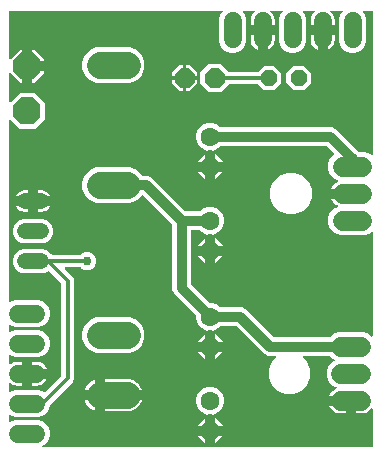
<source format=gbr>
G04 EAGLE Gerber RS-274X export*
G75*
%MOMM*%
%FSLAX34Y34*%
%LPD*%
%INBottom Copper*%
%IPPOS*%
%AMOC8*
5,1,8,0,0,1.08239X$1,22.5*%
G01*
%ADD10C,2.250000*%
%ADD11P,1.732040X8X292.500000*%
%ADD12C,1.600200*%
%ADD13C,1.676400*%
%ADD14C,1.320800*%
%ADD15P,1.429621X8X202.500000*%
%ADD16P,1.814519X8X202.500000*%
%ADD17C,1.524000*%
%ADD18P,2.474344X8X22.500000*%
%ADD19C,0.812800*%
%ADD20C,0.304800*%
%ADD21C,0.756400*%

G36*
X342668Y13974D02*
X342668Y13974D01*
X342687Y13972D01*
X342789Y13994D01*
X342891Y14010D01*
X342908Y14020D01*
X342928Y14024D01*
X343017Y14077D01*
X343108Y14126D01*
X343122Y14140D01*
X343139Y14150D01*
X343206Y14229D01*
X343278Y14304D01*
X343286Y14322D01*
X343299Y14337D01*
X343338Y14433D01*
X343381Y14527D01*
X343383Y14547D01*
X343391Y14565D01*
X343409Y14732D01*
X343409Y46050D01*
X343408Y46058D01*
X343409Y46066D01*
X343388Y46180D01*
X343370Y46293D01*
X343366Y46300D01*
X343364Y46308D01*
X343308Y46409D01*
X343254Y46511D01*
X343249Y46516D01*
X343245Y46523D01*
X343159Y46601D01*
X343076Y46680D01*
X343069Y46683D01*
X343063Y46689D01*
X342957Y46735D01*
X342853Y46784D01*
X342845Y46784D01*
X342838Y46788D01*
X342722Y46798D01*
X342609Y46811D01*
X342601Y46809D01*
X342593Y46810D01*
X342481Y46783D01*
X342368Y46758D01*
X342361Y46754D01*
X342354Y46752D01*
X342256Y46691D01*
X342157Y46632D01*
X342152Y46626D01*
X342145Y46622D01*
X342032Y46498D01*
X341833Y46224D01*
X340618Y45009D01*
X339227Y43998D01*
X337695Y43218D01*
X336060Y42686D01*
X334362Y42417D01*
X326643Y42417D01*
X326643Y52578D01*
X326640Y52598D01*
X326642Y52617D01*
X326620Y52719D01*
X326603Y52821D01*
X326594Y52838D01*
X326590Y52858D01*
X326537Y52947D01*
X326488Y53038D01*
X326474Y53052D01*
X326464Y53069D01*
X326385Y53136D01*
X326310Y53207D01*
X326292Y53216D01*
X326277Y53229D01*
X326181Y53267D01*
X326087Y53311D01*
X326067Y53313D01*
X326049Y53321D01*
X325882Y53339D01*
X325119Y53339D01*
X325119Y54102D01*
X325116Y54122D01*
X325118Y54141D01*
X325096Y54243D01*
X325079Y54345D01*
X325070Y54362D01*
X325066Y54382D01*
X325013Y54471D01*
X324964Y54562D01*
X324950Y54576D01*
X324940Y54593D01*
X324861Y54660D01*
X324786Y54731D01*
X324768Y54740D01*
X324753Y54753D01*
X324657Y54792D01*
X324563Y54835D01*
X324543Y54837D01*
X324525Y54845D01*
X324358Y54863D01*
X305920Y54863D01*
X306084Y55898D01*
X306616Y57533D01*
X307396Y59065D01*
X308407Y60456D01*
X309622Y61671D01*
X311013Y62682D01*
X312456Y63417D01*
X312490Y63442D01*
X312528Y63459D01*
X312588Y63514D01*
X312654Y63563D01*
X312679Y63597D01*
X312709Y63625D01*
X312749Y63697D01*
X312796Y63764D01*
X312808Y63804D01*
X312828Y63841D01*
X312843Y63921D01*
X312866Y64000D01*
X312864Y64042D01*
X312872Y64083D01*
X312860Y64164D01*
X312857Y64246D01*
X312842Y64285D01*
X312836Y64326D01*
X312799Y64399D01*
X312770Y64476D01*
X312743Y64508D01*
X312724Y64546D01*
X312666Y64603D01*
X312614Y64666D01*
X312579Y64688D01*
X312549Y64718D01*
X312413Y64793D01*
X312406Y64797D01*
X312404Y64797D01*
X312402Y64799D01*
X309831Y65864D01*
X306402Y69293D01*
X304545Y73775D01*
X304545Y78625D01*
X306402Y83107D01*
X309831Y86536D01*
X310773Y86927D01*
X310834Y86964D01*
X310900Y86994D01*
X310938Y87029D01*
X310982Y87056D01*
X311028Y87111D01*
X311081Y87160D01*
X311106Y87206D01*
X311139Y87246D01*
X311165Y87313D01*
X311200Y87376D01*
X311209Y87427D01*
X311227Y87475D01*
X311230Y87547D01*
X311243Y87618D01*
X311236Y87669D01*
X311238Y87721D01*
X311218Y87790D01*
X311207Y87861D01*
X311184Y87907D01*
X311169Y87957D01*
X311128Y88016D01*
X311096Y88080D01*
X311059Y88117D01*
X311029Y88159D01*
X310972Y88202D01*
X310920Y88252D01*
X310858Y88287D01*
X310832Y88306D01*
X310809Y88313D01*
X310773Y88333D01*
X309831Y88724D01*
X307593Y90962D01*
X307519Y91015D01*
X307449Y91075D01*
X307419Y91087D01*
X307393Y91106D01*
X307306Y91133D01*
X307221Y91167D01*
X307180Y91171D01*
X307158Y91178D01*
X307126Y91177D01*
X307054Y91185D01*
X284879Y91185D01*
X284808Y91174D01*
X284736Y91172D01*
X284687Y91154D01*
X284636Y91146D01*
X284573Y91112D01*
X284505Y91087D01*
X284465Y91055D01*
X284418Y91030D01*
X284369Y90978D01*
X284313Y90934D01*
X284285Y90890D01*
X284249Y90852D01*
X284219Y90787D01*
X284180Y90727D01*
X284167Y90676D01*
X284145Y90629D01*
X284138Y90558D01*
X284120Y90488D01*
X284124Y90436D01*
X284118Y90385D01*
X284134Y90314D01*
X284139Y90243D01*
X284160Y90195D01*
X284171Y90144D01*
X284207Y90083D01*
X284236Y90017D01*
X284280Y89961D01*
X284297Y89933D01*
X284315Y89918D01*
X284340Y89886D01*
X288022Y86204D01*
X290711Y79713D01*
X290711Y72687D01*
X288022Y66196D01*
X283054Y61228D01*
X276563Y58539D01*
X269537Y58539D01*
X263046Y61228D01*
X258078Y66196D01*
X255389Y72687D01*
X255389Y79713D01*
X258078Y86204D01*
X261760Y89886D01*
X261802Y89944D01*
X261851Y89996D01*
X261873Y90043D01*
X261903Y90085D01*
X261924Y90154D01*
X261955Y90219D01*
X261960Y90271D01*
X261976Y90321D01*
X261974Y90392D01*
X261982Y90463D01*
X261971Y90514D01*
X261969Y90566D01*
X261945Y90634D01*
X261929Y90704D01*
X261903Y90749D01*
X261885Y90797D01*
X261840Y90853D01*
X261803Y90915D01*
X261764Y90949D01*
X261731Y90989D01*
X261671Y91028D01*
X261616Y91075D01*
X261568Y91094D01*
X261524Y91122D01*
X261455Y91140D01*
X261388Y91167D01*
X261317Y91175D01*
X261286Y91183D01*
X261262Y91181D01*
X261221Y91185D01*
X254974Y91185D01*
X252079Y92384D01*
X228101Y116362D01*
X228027Y116415D01*
X227958Y116475D01*
X227928Y116487D01*
X227901Y116506D01*
X227814Y116533D01*
X227730Y116567D01*
X227689Y116571D01*
X227666Y116578D01*
X227634Y116577D01*
X227563Y116585D01*
X214885Y116585D01*
X214795Y116571D01*
X214704Y116563D01*
X214674Y116551D01*
X214642Y116546D01*
X214561Y116503D01*
X214478Y116467D01*
X214445Y116441D01*
X214425Y116430D01*
X214403Y116407D01*
X214347Y116362D01*
X212431Y114447D01*
X208089Y112648D01*
X203391Y112648D01*
X199049Y114447D01*
X195727Y117769D01*
X193928Y122111D01*
X193928Y124820D01*
X193914Y124910D01*
X193906Y125001D01*
X193894Y125031D01*
X193889Y125063D01*
X193846Y125143D01*
X193810Y125227D01*
X193784Y125259D01*
X193773Y125280D01*
X193750Y125302D01*
X193705Y125358D01*
X174934Y144129D01*
X173735Y147024D01*
X173735Y202163D01*
X173721Y202253D01*
X173713Y202344D01*
X173701Y202374D01*
X173696Y202406D01*
X173653Y202486D01*
X173617Y202570D01*
X173591Y202602D01*
X173580Y202623D01*
X173557Y202645D01*
X173512Y202701D01*
X148865Y227349D01*
X148848Y227361D01*
X148836Y227376D01*
X148749Y227432D01*
X148665Y227492D01*
X148646Y227498D01*
X148629Y227509D01*
X148528Y227534D01*
X148430Y227565D01*
X148410Y227564D01*
X148390Y227569D01*
X148288Y227561D01*
X148184Y227558D01*
X148165Y227552D01*
X148145Y227550D01*
X148051Y227510D01*
X147953Y227474D01*
X147937Y227461D01*
X147919Y227454D01*
X147788Y227349D01*
X143501Y223062D01*
X137966Y220769D01*
X109474Y220769D01*
X103939Y223062D01*
X99702Y227299D01*
X97409Y232834D01*
X97409Y238826D01*
X99702Y244361D01*
X103939Y248598D01*
X109474Y250891D01*
X137966Y250891D01*
X143501Y248598D01*
X147738Y244361D01*
X147815Y244175D01*
X147877Y244075D01*
X147937Y243975D01*
X147941Y243971D01*
X147945Y243966D01*
X148035Y243891D01*
X148124Y243815D01*
X148129Y243813D01*
X148134Y243809D01*
X148243Y243767D01*
X148352Y243723D01*
X148359Y243722D01*
X148364Y243721D01*
X148382Y243720D01*
X148518Y243705D01*
X153086Y243705D01*
X155981Y242506D01*
X184649Y213838D01*
X184723Y213785D01*
X184792Y213725D01*
X184822Y213713D01*
X184849Y213694D01*
X184936Y213667D01*
X185020Y213633D01*
X185061Y213629D01*
X185084Y213622D01*
X185116Y213623D01*
X185187Y213615D01*
X196595Y213615D01*
X196685Y213629D01*
X196776Y213637D01*
X196806Y213649D01*
X196838Y213654D01*
X196919Y213697D01*
X197002Y213733D01*
X197035Y213759D01*
X197055Y213770D01*
X197077Y213793D01*
X197133Y213838D01*
X199049Y215753D01*
X203391Y217552D01*
X208089Y217552D01*
X212431Y215753D01*
X215753Y212431D01*
X217552Y208089D01*
X217552Y203391D01*
X215753Y199049D01*
X212431Y195727D01*
X208089Y193928D01*
X203391Y193928D01*
X199049Y195727D01*
X197133Y197642D01*
X197059Y197695D01*
X196990Y197755D01*
X196960Y197767D01*
X196934Y197786D01*
X196847Y197813D01*
X196762Y197847D01*
X196721Y197851D01*
X196699Y197858D01*
X196666Y197857D01*
X196595Y197865D01*
X190246Y197865D01*
X190226Y197862D01*
X190207Y197864D01*
X190105Y197842D01*
X190003Y197826D01*
X189986Y197816D01*
X189966Y197812D01*
X189877Y197759D01*
X189786Y197710D01*
X189772Y197696D01*
X189755Y197686D01*
X189688Y197607D01*
X189616Y197532D01*
X189608Y197514D01*
X189595Y197499D01*
X189556Y197403D01*
X189513Y197309D01*
X189511Y197289D01*
X189503Y197271D01*
X189485Y197104D01*
X189485Y152167D01*
X189499Y152077D01*
X189507Y151986D01*
X189519Y151956D01*
X189524Y151924D01*
X189567Y151844D01*
X189603Y151760D01*
X189629Y151728D01*
X189640Y151707D01*
X189663Y151685D01*
X189708Y151629D01*
X204842Y136495D01*
X204916Y136442D01*
X204985Y136382D01*
X205015Y136370D01*
X205042Y136351D01*
X205129Y136324D01*
X205213Y136290D01*
X205254Y136286D01*
X205277Y136279D01*
X205309Y136280D01*
X205380Y136272D01*
X208089Y136272D01*
X212431Y134473D01*
X214347Y132558D01*
X214421Y132505D01*
X214490Y132445D01*
X214520Y132433D01*
X214546Y132414D01*
X214633Y132387D01*
X214718Y132353D01*
X214759Y132349D01*
X214781Y132342D01*
X214814Y132343D01*
X214885Y132335D01*
X232706Y132335D01*
X235601Y131136D01*
X259579Y107158D01*
X259653Y107105D01*
X259722Y107045D01*
X259752Y107033D01*
X259779Y107014D01*
X259866Y106987D01*
X259950Y106953D01*
X259991Y106949D01*
X260014Y106942D01*
X260046Y106943D01*
X260117Y106935D01*
X307054Y106935D01*
X307144Y106949D01*
X307235Y106957D01*
X307265Y106969D01*
X307297Y106974D01*
X307378Y107017D01*
X307462Y107053D01*
X307494Y107079D01*
X307514Y107090D01*
X307537Y107113D01*
X307593Y107158D01*
X309831Y109396D01*
X314313Y111253D01*
X335927Y111253D01*
X340409Y109396D01*
X342110Y107695D01*
X342168Y107654D01*
X342220Y107604D01*
X342267Y107582D01*
X342309Y107552D01*
X342378Y107531D01*
X342443Y107501D01*
X342495Y107495D01*
X342545Y107479D01*
X342616Y107481D01*
X342687Y107473D01*
X342738Y107485D01*
X342790Y107486D01*
X342858Y107510D01*
X342928Y107526D01*
X342973Y107552D01*
X343021Y107570D01*
X343077Y107615D01*
X343139Y107652D01*
X343173Y107691D01*
X343213Y107724D01*
X343252Y107784D01*
X343299Y107839D01*
X343318Y107887D01*
X343346Y107931D01*
X343364Y108000D01*
X343391Y108067D01*
X343399Y108138D01*
X343407Y108169D01*
X343405Y108193D01*
X343409Y108234D01*
X343409Y195296D01*
X343398Y195367D01*
X343396Y195439D01*
X343378Y195488D01*
X343370Y195539D01*
X343336Y195602D01*
X343311Y195670D01*
X343279Y195710D01*
X343254Y195756D01*
X343202Y195806D01*
X343158Y195862D01*
X343114Y195890D01*
X343076Y195926D01*
X343011Y195956D01*
X342951Y195995D01*
X342900Y196008D01*
X342853Y196029D01*
X342782Y196037D01*
X342712Y196055D01*
X342660Y196051D01*
X342609Y196057D01*
X342538Y196041D01*
X342467Y196036D01*
X342419Y196015D01*
X342368Y196004D01*
X342307Y195967D01*
X342241Y195939D01*
X342185Y195895D01*
X342157Y195878D01*
X342142Y195860D01*
X342110Y195835D01*
X341679Y195403D01*
X337197Y193547D01*
X315583Y193547D01*
X311101Y195404D01*
X307672Y198833D01*
X305815Y203315D01*
X305815Y208165D01*
X307672Y212647D01*
X311101Y216076D01*
X313672Y217141D01*
X313708Y217163D01*
X313747Y217177D01*
X313811Y217228D01*
X313881Y217271D01*
X313908Y217303D01*
X313941Y217329D01*
X313986Y217397D01*
X314038Y217460D01*
X314053Y217500D01*
X314076Y217535D01*
X314097Y217614D01*
X314126Y217690D01*
X314128Y217732D01*
X314138Y217772D01*
X314133Y217854D01*
X314136Y217936D01*
X314125Y217976D01*
X314122Y218018D01*
X314091Y218093D01*
X314068Y218172D01*
X314044Y218206D01*
X314028Y218245D01*
X313974Y218307D01*
X313928Y218374D01*
X313894Y218399D01*
X313866Y218431D01*
X313737Y218516D01*
X313730Y218521D01*
X313728Y218521D01*
X313726Y218523D01*
X312283Y219258D01*
X310892Y220269D01*
X309677Y221484D01*
X308666Y222875D01*
X307886Y224407D01*
X307354Y226042D01*
X307190Y227077D01*
X325628Y227077D01*
X325648Y227080D01*
X325667Y227078D01*
X325769Y227100D01*
X325871Y227117D01*
X325888Y227126D01*
X325908Y227130D01*
X325997Y227183D01*
X326088Y227232D01*
X326102Y227246D01*
X326119Y227256D01*
X326186Y227335D01*
X326257Y227410D01*
X326266Y227428D01*
X326279Y227443D01*
X326317Y227539D01*
X326361Y227633D01*
X326363Y227653D01*
X326371Y227671D01*
X326389Y227838D01*
X326389Y229362D01*
X326386Y229382D01*
X326388Y229401D01*
X326366Y229503D01*
X326349Y229605D01*
X326340Y229622D01*
X326336Y229642D01*
X326283Y229731D01*
X326234Y229822D01*
X326220Y229836D01*
X326210Y229853D01*
X326131Y229920D01*
X326056Y229991D01*
X326038Y230000D01*
X326023Y230013D01*
X325927Y230052D01*
X325833Y230095D01*
X325813Y230097D01*
X325795Y230105D01*
X325628Y230123D01*
X307190Y230123D01*
X307354Y231158D01*
X307886Y232793D01*
X308666Y234325D01*
X309677Y235716D01*
X310892Y236931D01*
X312283Y237942D01*
X313726Y238677D01*
X313760Y238702D01*
X313798Y238719D01*
X313858Y238774D01*
X313924Y238823D01*
X313949Y238857D01*
X313979Y238885D01*
X314019Y238957D01*
X314066Y239024D01*
X314078Y239064D01*
X314098Y239101D01*
X314113Y239181D01*
X314136Y239260D01*
X314134Y239302D01*
X314142Y239343D01*
X314130Y239424D01*
X314127Y239506D01*
X314112Y239545D01*
X314106Y239586D01*
X314069Y239659D01*
X314040Y239736D01*
X314013Y239768D01*
X313994Y239806D01*
X313936Y239863D01*
X313884Y239926D01*
X313849Y239948D01*
X313819Y239978D01*
X313683Y240053D01*
X313676Y240057D01*
X313674Y240057D01*
X313672Y240059D01*
X311101Y241124D01*
X307672Y244553D01*
X305815Y249035D01*
X305815Y253885D01*
X307672Y258367D01*
X310646Y261341D01*
X310658Y261357D01*
X310673Y261370D01*
X310729Y261457D01*
X310789Y261541D01*
X310795Y261560D01*
X310806Y261577D01*
X310831Y261677D01*
X310862Y261776D01*
X310861Y261796D01*
X310866Y261815D01*
X310858Y261918D01*
X310855Y262022D01*
X310849Y262040D01*
X310847Y262060D01*
X310807Y262155D01*
X310771Y262253D01*
X310758Y262268D01*
X310751Y262287D01*
X310646Y262418D01*
X304301Y268762D01*
X304227Y268815D01*
X304158Y268875D01*
X304128Y268887D01*
X304101Y268906D01*
X304014Y268933D01*
X303930Y268967D01*
X303889Y268971D01*
X303866Y268978D01*
X303834Y268977D01*
X303763Y268985D01*
X214885Y268985D01*
X214795Y268971D01*
X214704Y268963D01*
X214674Y268951D01*
X214642Y268946D01*
X214561Y268903D01*
X214478Y268867D01*
X214445Y268841D01*
X214425Y268830D01*
X214403Y268807D01*
X214347Y268762D01*
X212431Y266847D01*
X208089Y265048D01*
X203391Y265048D01*
X199049Y266847D01*
X195727Y270169D01*
X193928Y274511D01*
X193928Y279209D01*
X195727Y283551D01*
X199049Y286873D01*
X203391Y288672D01*
X208089Y288672D01*
X212431Y286873D01*
X214347Y284958D01*
X214421Y284905D01*
X214490Y284845D01*
X214520Y284833D01*
X214546Y284814D01*
X214633Y284787D01*
X214718Y284753D01*
X214759Y284749D01*
X214781Y284742D01*
X214814Y284743D01*
X214885Y284735D01*
X308906Y284735D01*
X311801Y283536D01*
X331461Y263876D01*
X331535Y263823D01*
X331604Y263763D01*
X331634Y263751D01*
X331661Y263732D01*
X331748Y263705D01*
X331832Y263671D01*
X331873Y263667D01*
X331896Y263660D01*
X331928Y263661D01*
X331999Y263653D01*
X337197Y263653D01*
X341679Y261797D01*
X342110Y261365D01*
X342168Y261323D01*
X342220Y261274D01*
X342267Y261252D01*
X342309Y261222D01*
X342378Y261201D01*
X342443Y261171D01*
X342495Y261165D01*
X342545Y261149D01*
X342616Y261151D01*
X342687Y261143D01*
X342738Y261155D01*
X342790Y261156D01*
X342858Y261180D01*
X342928Y261196D01*
X342973Y261222D01*
X343021Y261240D01*
X343077Y261285D01*
X343139Y261322D01*
X343173Y261361D01*
X343213Y261394D01*
X343252Y261454D01*
X343299Y261509D01*
X343318Y261557D01*
X343346Y261601D01*
X343364Y261670D01*
X343391Y261737D01*
X343399Y261808D01*
X343407Y261839D01*
X343405Y261863D01*
X343409Y261904D01*
X343409Y382678D01*
X343406Y382698D01*
X343408Y382717D01*
X343386Y382819D01*
X343370Y382921D01*
X343360Y382938D01*
X343356Y382958D01*
X343303Y383047D01*
X343254Y383138D01*
X343240Y383152D01*
X343230Y383169D01*
X343151Y383236D01*
X343076Y383308D01*
X343058Y383316D01*
X343043Y383329D01*
X342947Y383368D01*
X342853Y383411D01*
X342833Y383413D01*
X342815Y383421D01*
X342648Y383439D01*
X335604Y383439D01*
X335533Y383428D01*
X335462Y383426D01*
X335413Y383408D01*
X335361Y383400D01*
X335298Y383366D01*
X335231Y383341D01*
X335190Y383309D01*
X335144Y383284D01*
X335095Y383232D01*
X335039Y383188D01*
X335010Y383144D01*
X334975Y383106D01*
X334944Y383041D01*
X334906Y382981D01*
X334893Y382930D01*
X334871Y382883D01*
X334863Y382812D01*
X334845Y382742D01*
X334850Y382690D01*
X334844Y382639D01*
X334859Y382568D01*
X334865Y382497D01*
X334885Y382449D01*
X334896Y382398D01*
X334933Y382337D01*
X334961Y382271D01*
X335006Y382215D01*
X335022Y382187D01*
X335040Y382172D01*
X335066Y382140D01*
X336080Y381125D01*
X337821Y376924D01*
X337821Y357136D01*
X336080Y352935D01*
X332865Y349720D01*
X328664Y347979D01*
X324116Y347979D01*
X319915Y349720D01*
X316700Y352935D01*
X314959Y357136D01*
X314959Y376924D01*
X316700Y381125D01*
X317714Y382140D01*
X317756Y382198D01*
X317805Y382250D01*
X317827Y382297D01*
X317858Y382339D01*
X317879Y382408D01*
X317909Y382473D01*
X317915Y382525D01*
X317930Y382575D01*
X317928Y382646D01*
X317936Y382717D01*
X317925Y382768D01*
X317924Y382820D01*
X317899Y382888D01*
X317884Y382958D01*
X317857Y383003D01*
X317839Y383051D01*
X317794Y383107D01*
X317758Y383169D01*
X317718Y383203D01*
X317686Y383243D01*
X317625Y383282D01*
X317571Y383329D01*
X317523Y383348D01*
X317479Y383376D01*
X317409Y383394D01*
X317343Y383421D01*
X317271Y383429D01*
X317240Y383437D01*
X317217Y383435D01*
X317176Y383439D01*
X308408Y383439D01*
X308337Y383428D01*
X308266Y383426D01*
X308217Y383408D01*
X308165Y383400D01*
X308102Y383366D01*
X308035Y383341D01*
X307994Y383309D01*
X307948Y383284D01*
X307899Y383232D01*
X307843Y383188D01*
X307814Y383144D01*
X307778Y383106D01*
X307748Y383041D01*
X307710Y382981D01*
X307697Y382930D01*
X307675Y382883D01*
X307667Y382812D01*
X307649Y382742D01*
X307654Y382690D01*
X307648Y382639D01*
X307663Y382568D01*
X307669Y382497D01*
X307689Y382449D01*
X307700Y382398D01*
X307737Y382337D01*
X307765Y382271D01*
X307810Y382215D01*
X307826Y382187D01*
X307844Y382172D01*
X307870Y382140D01*
X308740Y381269D01*
X309680Y379975D01*
X310406Y378550D01*
X310901Y377029D01*
X311151Y375450D01*
X311151Y368553D01*
X301752Y368553D01*
X301732Y368550D01*
X301713Y368552D01*
X301611Y368530D01*
X301509Y368513D01*
X301492Y368504D01*
X301472Y368500D01*
X301383Y368447D01*
X301292Y368398D01*
X301278Y368384D01*
X301261Y368374D01*
X301194Y368295D01*
X301123Y368220D01*
X301114Y368202D01*
X301101Y368187D01*
X301063Y368091D01*
X301019Y367997D01*
X301017Y367977D01*
X301009Y367959D01*
X300991Y367792D01*
X300991Y367029D01*
X300989Y367029D01*
X300989Y367792D01*
X300986Y367812D01*
X300988Y367831D01*
X300966Y367933D01*
X300949Y368035D01*
X300940Y368052D01*
X300936Y368072D01*
X300883Y368161D01*
X300834Y368252D01*
X300820Y368266D01*
X300810Y368283D01*
X300731Y368350D01*
X300656Y368421D01*
X300638Y368430D01*
X300623Y368443D01*
X300527Y368482D01*
X300433Y368525D01*
X300413Y368527D01*
X300395Y368535D01*
X300228Y368553D01*
X290829Y368553D01*
X290829Y375450D01*
X291079Y377029D01*
X291574Y378550D01*
X292300Y379975D01*
X293240Y381269D01*
X294110Y382140D01*
X294152Y382198D01*
X294202Y382250D01*
X294223Y382297D01*
X294254Y382339D01*
X294275Y382408D01*
X294305Y382473D01*
X294311Y382525D01*
X294326Y382575D01*
X294324Y382646D01*
X294332Y382717D01*
X294321Y382768D01*
X294320Y382820D01*
X294295Y382888D01*
X294280Y382958D01*
X294253Y383003D01*
X294235Y383051D01*
X294191Y383107D01*
X294154Y383169D01*
X294114Y383203D01*
X294082Y383243D01*
X294021Y383282D01*
X293967Y383329D01*
X293919Y383348D01*
X293875Y383376D01*
X293805Y383394D01*
X293739Y383421D01*
X293667Y383429D01*
X293636Y383437D01*
X293613Y383435D01*
X293572Y383439D01*
X284804Y383439D01*
X284733Y383428D01*
X284662Y383426D01*
X284613Y383408D01*
X284561Y383400D01*
X284498Y383366D01*
X284431Y383341D01*
X284390Y383309D01*
X284344Y383284D01*
X284295Y383232D01*
X284239Y383188D01*
X284210Y383144D01*
X284175Y383106D01*
X284144Y383041D01*
X284106Y382981D01*
X284093Y382930D01*
X284071Y382883D01*
X284063Y382812D01*
X284045Y382742D01*
X284050Y382690D01*
X284044Y382639D01*
X284059Y382568D01*
X284065Y382497D01*
X284085Y382449D01*
X284096Y382398D01*
X284133Y382337D01*
X284161Y382271D01*
X284206Y382215D01*
X284222Y382187D01*
X284240Y382172D01*
X284266Y382140D01*
X285280Y381125D01*
X287021Y376924D01*
X287021Y357136D01*
X285280Y352935D01*
X282065Y349720D01*
X277864Y347979D01*
X273316Y347979D01*
X269115Y349720D01*
X265900Y352935D01*
X264159Y357136D01*
X264159Y376924D01*
X265900Y381125D01*
X266914Y382140D01*
X266956Y382198D01*
X267005Y382250D01*
X267027Y382297D01*
X267058Y382339D01*
X267079Y382408D01*
X267109Y382473D01*
X267115Y382525D01*
X267130Y382575D01*
X267128Y382646D01*
X267136Y382717D01*
X267125Y382768D01*
X267124Y382820D01*
X267099Y382888D01*
X267084Y382958D01*
X267057Y383003D01*
X267039Y383051D01*
X266994Y383107D01*
X266958Y383169D01*
X266918Y383203D01*
X266886Y383243D01*
X266825Y383282D01*
X266771Y383329D01*
X266723Y383348D01*
X266679Y383376D01*
X266609Y383394D01*
X266543Y383421D01*
X266471Y383429D01*
X266440Y383437D01*
X266417Y383435D01*
X266376Y383439D01*
X257608Y383439D01*
X257537Y383428D01*
X257466Y383426D01*
X257417Y383408D01*
X257365Y383400D01*
X257302Y383366D01*
X257235Y383341D01*
X257194Y383309D01*
X257148Y383284D01*
X257099Y383232D01*
X257043Y383188D01*
X257014Y383144D01*
X256978Y383106D01*
X256948Y383041D01*
X256910Y382981D01*
X256897Y382930D01*
X256875Y382883D01*
X256867Y382812D01*
X256849Y382742D01*
X256854Y382690D01*
X256848Y382639D01*
X256863Y382568D01*
X256869Y382497D01*
X256889Y382449D01*
X256900Y382398D01*
X256937Y382337D01*
X256965Y382271D01*
X257010Y382215D01*
X257026Y382187D01*
X257044Y382172D01*
X257070Y382140D01*
X257940Y381269D01*
X258880Y379975D01*
X259606Y378550D01*
X260101Y377029D01*
X260351Y375450D01*
X260351Y368553D01*
X250952Y368553D01*
X250932Y368550D01*
X250913Y368552D01*
X250811Y368530D01*
X250709Y368513D01*
X250692Y368504D01*
X250672Y368500D01*
X250583Y368447D01*
X250492Y368398D01*
X250478Y368384D01*
X250461Y368374D01*
X250394Y368295D01*
X250323Y368220D01*
X250314Y368202D01*
X250301Y368187D01*
X250263Y368091D01*
X250219Y367997D01*
X250217Y367977D01*
X250209Y367959D01*
X250191Y367792D01*
X250191Y367029D01*
X250189Y367029D01*
X250189Y367792D01*
X250186Y367812D01*
X250188Y367831D01*
X250166Y367933D01*
X250149Y368035D01*
X250140Y368052D01*
X250136Y368072D01*
X250083Y368161D01*
X250034Y368252D01*
X250020Y368266D01*
X250010Y368283D01*
X249931Y368350D01*
X249856Y368421D01*
X249838Y368430D01*
X249823Y368443D01*
X249727Y368482D01*
X249633Y368525D01*
X249613Y368527D01*
X249595Y368535D01*
X249428Y368553D01*
X240029Y368553D01*
X240029Y375450D01*
X240279Y377029D01*
X240774Y378550D01*
X241500Y379975D01*
X242440Y381269D01*
X243310Y382140D01*
X243352Y382198D01*
X243402Y382250D01*
X243423Y382297D01*
X243454Y382339D01*
X243475Y382408D01*
X243505Y382473D01*
X243511Y382525D01*
X243526Y382575D01*
X243524Y382646D01*
X243532Y382717D01*
X243521Y382768D01*
X243520Y382820D01*
X243495Y382888D01*
X243480Y382958D01*
X243453Y383003D01*
X243435Y383051D01*
X243391Y383107D01*
X243354Y383169D01*
X243314Y383203D01*
X243282Y383243D01*
X243221Y383282D01*
X243167Y383329D01*
X243119Y383348D01*
X243075Y383376D01*
X243005Y383394D01*
X242939Y383421D01*
X242867Y383429D01*
X242836Y383437D01*
X242813Y383435D01*
X242772Y383439D01*
X234004Y383439D01*
X233933Y383428D01*
X233862Y383426D01*
X233813Y383408D01*
X233761Y383400D01*
X233698Y383366D01*
X233631Y383341D01*
X233590Y383309D01*
X233544Y383284D01*
X233495Y383232D01*
X233439Y383188D01*
X233410Y383144D01*
X233375Y383106D01*
X233344Y383041D01*
X233306Y382981D01*
X233293Y382930D01*
X233271Y382883D01*
X233263Y382812D01*
X233245Y382742D01*
X233250Y382690D01*
X233244Y382639D01*
X233259Y382568D01*
X233265Y382497D01*
X233285Y382449D01*
X233296Y382398D01*
X233333Y382337D01*
X233361Y382271D01*
X233406Y382215D01*
X233422Y382187D01*
X233440Y382172D01*
X233466Y382140D01*
X234480Y381125D01*
X236221Y376924D01*
X236221Y357136D01*
X234480Y352935D01*
X231265Y349720D01*
X227064Y347979D01*
X222516Y347979D01*
X218315Y349720D01*
X215100Y352935D01*
X213359Y357136D01*
X213359Y376924D01*
X215100Y381125D01*
X216114Y382140D01*
X216156Y382198D01*
X216205Y382250D01*
X216227Y382297D01*
X216258Y382339D01*
X216279Y382408D01*
X216309Y382473D01*
X216315Y382525D01*
X216330Y382575D01*
X216328Y382646D01*
X216336Y382717D01*
X216325Y382768D01*
X216324Y382820D01*
X216299Y382888D01*
X216284Y382958D01*
X216257Y383003D01*
X216239Y383051D01*
X216194Y383107D01*
X216158Y383169D01*
X216118Y383203D01*
X216086Y383243D01*
X216025Y383282D01*
X215971Y383329D01*
X215923Y383348D01*
X215879Y383376D01*
X215809Y383394D01*
X215743Y383421D01*
X215671Y383429D01*
X215640Y383437D01*
X215617Y383435D01*
X215576Y383439D01*
X36322Y383439D01*
X36302Y383436D01*
X36283Y383438D01*
X36181Y383416D01*
X36079Y383400D01*
X36062Y383390D01*
X36042Y383386D01*
X35953Y383333D01*
X35862Y383284D01*
X35848Y383270D01*
X35831Y383260D01*
X35764Y383181D01*
X35692Y383106D01*
X35684Y383088D01*
X35671Y383073D01*
X35632Y382977D01*
X35589Y382883D01*
X35587Y382863D01*
X35579Y382845D01*
X35561Y382678D01*
X35561Y342906D01*
X35572Y342835D01*
X35574Y342764D01*
X35592Y342715D01*
X35600Y342663D01*
X35634Y342600D01*
X35659Y342533D01*
X35691Y342492D01*
X35716Y342446D01*
X35768Y342397D01*
X35812Y342341D01*
X35856Y342312D01*
X35894Y342277D01*
X35959Y342246D01*
X36019Y342208D01*
X36070Y342195D01*
X36117Y342173D01*
X36188Y342165D01*
X36258Y342148D01*
X36310Y342152D01*
X36361Y342146D01*
X36432Y342161D01*
X36503Y342167D01*
X36551Y342187D01*
X36602Y342198D01*
X36663Y342235D01*
X36729Y342263D01*
X36785Y342308D01*
X36813Y342324D01*
X36828Y342342D01*
X36860Y342368D01*
X45013Y350521D01*
X49277Y350521D01*
X49277Y337312D01*
X49280Y337292D01*
X49278Y337273D01*
X49300Y337171D01*
X49317Y337069D01*
X49326Y337052D01*
X49330Y337032D01*
X49383Y336943D01*
X49432Y336852D01*
X49446Y336838D01*
X49456Y336821D01*
X49535Y336754D01*
X49610Y336683D01*
X49628Y336674D01*
X49643Y336661D01*
X49739Y336623D01*
X49833Y336579D01*
X49853Y336577D01*
X49871Y336569D01*
X50038Y336551D01*
X50801Y336551D01*
X50801Y336549D01*
X50038Y336549D01*
X50018Y336546D01*
X49999Y336548D01*
X49897Y336526D01*
X49795Y336509D01*
X49778Y336500D01*
X49758Y336496D01*
X49669Y336443D01*
X49578Y336394D01*
X49564Y336380D01*
X49547Y336370D01*
X49480Y336291D01*
X49409Y336216D01*
X49400Y336198D01*
X49387Y336183D01*
X49348Y336087D01*
X49305Y335993D01*
X49303Y335973D01*
X49295Y335955D01*
X49277Y335788D01*
X49277Y322579D01*
X45013Y322579D01*
X36860Y330732D01*
X36802Y330774D01*
X36750Y330823D01*
X36703Y330845D01*
X36661Y330876D01*
X36592Y330897D01*
X36527Y330927D01*
X36475Y330933D01*
X36425Y330948D01*
X36354Y330946D01*
X36283Y330954D01*
X36232Y330943D01*
X36180Y330942D01*
X36112Y330917D01*
X36042Y330902D01*
X35997Y330875D01*
X35949Y330857D01*
X35893Y330812D01*
X35831Y330776D01*
X35797Y330736D01*
X35757Y330704D01*
X35718Y330643D01*
X35671Y330589D01*
X35652Y330540D01*
X35624Y330497D01*
X35606Y330427D01*
X35579Y330361D01*
X35571Y330289D01*
X35563Y330258D01*
X35565Y330235D01*
X35561Y330194D01*
X35561Y306602D01*
X35572Y306531D01*
X35574Y306460D01*
X35592Y306411D01*
X35600Y306359D01*
X35634Y306296D01*
X35659Y306229D01*
X35691Y306188D01*
X35716Y306142D01*
X35768Y306093D01*
X35812Y306037D01*
X35856Y306009D01*
X35894Y305973D01*
X35959Y305942D01*
X36019Y305904D01*
X36070Y305891D01*
X36117Y305869D01*
X36188Y305861D01*
X36258Y305844D01*
X36310Y305848D01*
X36361Y305842D01*
X36432Y305857D01*
X36503Y305863D01*
X36551Y305883D01*
X36602Y305894D01*
X36663Y305931D01*
X36729Y305959D01*
X36785Y306004D01*
X36813Y306020D01*
X36828Y306038D01*
X36860Y306064D01*
X44487Y313691D01*
X57113Y313691D01*
X66041Y304763D01*
X66041Y292137D01*
X57113Y283209D01*
X44487Y283209D01*
X36860Y290836D01*
X36802Y290878D01*
X36750Y290927D01*
X36703Y290949D01*
X36661Y290980D01*
X36592Y291001D01*
X36527Y291031D01*
X36475Y291037D01*
X36425Y291052D01*
X36354Y291050D01*
X36283Y291058D01*
X36232Y291047D01*
X36180Y291046D01*
X36112Y291021D01*
X36042Y291006D01*
X35997Y290979D01*
X35949Y290961D01*
X35893Y290916D01*
X35831Y290880D01*
X35797Y290840D01*
X35757Y290807D01*
X35718Y290747D01*
X35671Y290693D01*
X35652Y290644D01*
X35624Y290601D01*
X35606Y290531D01*
X35579Y290465D01*
X35571Y290393D01*
X35563Y290362D01*
X35565Y290339D01*
X35561Y290298D01*
X35561Y137356D01*
X35568Y137311D01*
X35566Y137265D01*
X35588Y137190D01*
X35600Y137113D01*
X35622Y137073D01*
X35635Y137028D01*
X35679Y136964D01*
X35716Y136896D01*
X35749Y136864D01*
X35775Y136826D01*
X35838Y136780D01*
X35894Y136726D01*
X35936Y136707D01*
X35972Y136680D01*
X36046Y136655D01*
X36117Y136623D01*
X36163Y136618D01*
X36206Y136603D01*
X36284Y136604D01*
X36361Y136596D01*
X36406Y136605D01*
X36452Y136606D01*
X36584Y136644D01*
X36602Y136648D01*
X36606Y136650D01*
X36613Y136652D01*
X40906Y138431D01*
X60694Y138431D01*
X64895Y136690D01*
X68110Y133475D01*
X69851Y129274D01*
X69851Y124726D01*
X68110Y120525D01*
X64895Y117310D01*
X60694Y115569D01*
X40906Y115569D01*
X36613Y117348D01*
X36569Y117358D01*
X36527Y117377D01*
X36450Y117386D01*
X36374Y117404D01*
X36328Y117399D01*
X36283Y117404D01*
X36206Y117388D01*
X36129Y117381D01*
X36087Y117362D01*
X36042Y117352D01*
X35975Y117312D01*
X35904Y117281D01*
X35870Y117250D01*
X35831Y117226D01*
X35780Y117167D01*
X35723Y117114D01*
X35701Y117074D01*
X35671Y117039D01*
X35642Y116967D01*
X35605Y116899D01*
X35596Y116854D01*
X35579Y116811D01*
X35564Y116675D01*
X35561Y116657D01*
X35562Y116652D01*
X35561Y116644D01*
X35561Y111956D01*
X35568Y111911D01*
X35566Y111865D01*
X35588Y111790D01*
X35600Y111713D01*
X35622Y111673D01*
X35635Y111628D01*
X35679Y111564D01*
X35716Y111496D01*
X35749Y111464D01*
X35775Y111426D01*
X35838Y111380D01*
X35894Y111326D01*
X35936Y111307D01*
X35972Y111280D01*
X36046Y111255D01*
X36117Y111223D01*
X36163Y111218D01*
X36206Y111203D01*
X36284Y111204D01*
X36361Y111196D01*
X36406Y111205D01*
X36452Y111206D01*
X36584Y111244D01*
X36602Y111248D01*
X36606Y111250D01*
X36613Y111252D01*
X40906Y113031D01*
X60694Y113031D01*
X64895Y111290D01*
X68110Y108075D01*
X69851Y103874D01*
X69851Y99326D01*
X68110Y95125D01*
X64895Y91910D01*
X60694Y90169D01*
X40906Y90169D01*
X36613Y91948D01*
X36569Y91958D01*
X36527Y91977D01*
X36450Y91986D01*
X36374Y92004D01*
X36328Y91999D01*
X36283Y92004D01*
X36206Y91988D01*
X36129Y91981D01*
X36087Y91962D01*
X36042Y91952D01*
X35975Y91912D01*
X35904Y91881D01*
X35870Y91850D01*
X35831Y91826D01*
X35780Y91767D01*
X35723Y91714D01*
X35701Y91674D01*
X35671Y91639D01*
X35642Y91567D01*
X35605Y91499D01*
X35596Y91454D01*
X35579Y91411D01*
X35564Y91275D01*
X35561Y91257D01*
X35562Y91252D01*
X35561Y91244D01*
X35561Y84718D01*
X35563Y84706D01*
X35561Y84694D01*
X35582Y84585D01*
X35600Y84475D01*
X35606Y84464D01*
X35608Y84453D01*
X35664Y84356D01*
X35716Y84258D01*
X35724Y84249D01*
X35730Y84239D01*
X35813Y84165D01*
X35894Y84088D01*
X35905Y84083D01*
X35914Y84075D01*
X36016Y84031D01*
X36117Y83985D01*
X36129Y83983D01*
X36140Y83978D01*
X36251Y83970D01*
X36361Y83957D01*
X36373Y83960D01*
X36385Y83959D01*
X36493Y83986D01*
X36602Y84010D01*
X36612Y84016D01*
X36624Y84019D01*
X36769Y84102D01*
X37855Y84890D01*
X39280Y85616D01*
X40801Y86111D01*
X42380Y86361D01*
X49277Y86361D01*
X49277Y76962D01*
X49280Y76942D01*
X49278Y76923D01*
X49300Y76821D01*
X49317Y76719D01*
X49326Y76702D01*
X49330Y76682D01*
X49383Y76593D01*
X49432Y76502D01*
X49446Y76488D01*
X49456Y76471D01*
X49535Y76404D01*
X49610Y76333D01*
X49628Y76324D01*
X49643Y76311D01*
X49739Y76273D01*
X49833Y76229D01*
X49853Y76227D01*
X49871Y76219D01*
X50038Y76201D01*
X50801Y76201D01*
X50801Y76199D01*
X50038Y76199D01*
X50018Y76196D01*
X49999Y76198D01*
X49897Y76176D01*
X49795Y76159D01*
X49778Y76150D01*
X49758Y76146D01*
X49669Y76093D01*
X49578Y76044D01*
X49564Y76030D01*
X49547Y76020D01*
X49480Y75941D01*
X49409Y75866D01*
X49400Y75848D01*
X49387Y75833D01*
X49348Y75737D01*
X49305Y75643D01*
X49303Y75623D01*
X49295Y75605D01*
X49277Y75438D01*
X49277Y66039D01*
X42380Y66039D01*
X40801Y66289D01*
X39280Y66784D01*
X37855Y67510D01*
X36769Y68298D01*
X36759Y68304D01*
X36750Y68312D01*
X36649Y68359D01*
X36550Y68409D01*
X36538Y68410D01*
X36527Y68415D01*
X36416Y68428D01*
X36306Y68443D01*
X36294Y68441D01*
X36283Y68443D01*
X36174Y68419D01*
X36064Y68399D01*
X36054Y68393D01*
X36042Y68390D01*
X35946Y68333D01*
X35849Y68279D01*
X35841Y68270D01*
X35831Y68264D01*
X35759Y68179D01*
X35684Y68097D01*
X35679Y68086D01*
X35671Y68077D01*
X35629Y67974D01*
X35585Y67872D01*
X35584Y67860D01*
X35579Y67849D01*
X35561Y67682D01*
X35561Y61156D01*
X35563Y61141D01*
X35562Y61129D01*
X35568Y61101D01*
X35566Y61065D01*
X35588Y60990D01*
X35600Y60913D01*
X35622Y60873D01*
X35635Y60828D01*
X35679Y60764D01*
X35716Y60696D01*
X35749Y60664D01*
X35775Y60626D01*
X35838Y60580D01*
X35894Y60526D01*
X35936Y60507D01*
X35972Y60480D01*
X36046Y60455D01*
X36117Y60423D01*
X36163Y60418D01*
X36206Y60403D01*
X36284Y60404D01*
X36361Y60396D01*
X36406Y60405D01*
X36452Y60406D01*
X36584Y60444D01*
X36602Y60448D01*
X36606Y60450D01*
X36613Y60452D01*
X40906Y62231D01*
X60694Y62231D01*
X64956Y60465D01*
X65070Y60439D01*
X65183Y60410D01*
X65190Y60410D01*
X65196Y60409D01*
X65312Y60420D01*
X65428Y60429D01*
X65434Y60431D01*
X65440Y60432D01*
X65548Y60480D01*
X65655Y60525D01*
X65661Y60530D01*
X65665Y60532D01*
X65679Y60545D01*
X65786Y60630D01*
X79532Y74377D01*
X79585Y74451D01*
X79645Y74520D01*
X79657Y74550D01*
X79676Y74576D01*
X79703Y74663D01*
X79737Y74748D01*
X79741Y74789D01*
X79748Y74812D01*
X79747Y74844D01*
X79755Y74915D01*
X79755Y152415D01*
X79741Y152505D01*
X79733Y152596D01*
X79721Y152626D01*
X79716Y152658D01*
X79673Y152738D01*
X79637Y152822D01*
X79611Y152854D01*
X79600Y152875D01*
X79577Y152897D01*
X79532Y152953D01*
X69662Y162823D01*
X69646Y162835D01*
X69634Y162850D01*
X69547Y162906D01*
X69463Y162967D01*
X69444Y162973D01*
X69427Y162983D01*
X69327Y163009D01*
X69228Y163039D01*
X69208Y163039D01*
X69188Y163043D01*
X69085Y163035D01*
X68982Y163033D01*
X68963Y163026D01*
X68943Y163024D01*
X68848Y162984D01*
X68751Y162948D01*
X68735Y162936D01*
X68717Y162928D01*
X68586Y162823D01*
X68383Y162621D01*
X64556Y161035D01*
X47204Y161035D01*
X43376Y162621D01*
X40447Y165550D01*
X38861Y169378D01*
X38861Y173522D01*
X40447Y177350D01*
X43376Y180279D01*
X47204Y181865D01*
X64556Y181865D01*
X68384Y180279D01*
X71313Y177350D01*
X71352Y177255D01*
X71414Y177155D01*
X71474Y177055D01*
X71479Y177051D01*
X71482Y177046D01*
X71573Y176971D01*
X71661Y176895D01*
X71667Y176893D01*
X71672Y176889D01*
X71780Y176847D01*
X71889Y176803D01*
X71897Y176802D01*
X71901Y176801D01*
X71919Y176800D01*
X72056Y176785D01*
X95882Y176785D01*
X95972Y176799D01*
X96063Y176807D01*
X96092Y176819D01*
X96124Y176824D01*
X96205Y176867D01*
X96289Y176903D01*
X96321Y176929D01*
X96342Y176940D01*
X96364Y176963D01*
X96420Y177008D01*
X97299Y177887D01*
X100090Y179043D01*
X103110Y179043D01*
X105901Y177887D01*
X108037Y175751D01*
X109193Y172960D01*
X109193Y169940D01*
X108037Y167149D01*
X105901Y165013D01*
X103110Y163857D01*
X100090Y163857D01*
X97299Y165013D01*
X96420Y165892D01*
X96346Y165945D01*
X96277Y166005D01*
X96246Y166017D01*
X96220Y166036D01*
X96133Y166063D01*
X96048Y166097D01*
X96007Y166101D01*
X95985Y166108D01*
X95953Y166107D01*
X95882Y166115D01*
X83297Y166115D01*
X83226Y166104D01*
X83155Y166102D01*
X83106Y166084D01*
X83054Y166076D01*
X82991Y166042D01*
X82924Y166017D01*
X82883Y165985D01*
X82837Y165960D01*
X82788Y165908D01*
X82732Y165864D01*
X82703Y165820D01*
X82667Y165782D01*
X82637Y165717D01*
X82599Y165657D01*
X82586Y165606D01*
X82564Y165559D01*
X82556Y165488D01*
X82538Y165418D01*
X82543Y165366D01*
X82537Y165315D01*
X82552Y165244D01*
X82558Y165173D01*
X82578Y165125D01*
X82589Y165074D01*
X82626Y165013D01*
X82654Y164947D01*
X82699Y164891D01*
X82715Y164863D01*
X82733Y164848D01*
X82759Y164816D01*
X89613Y157962D01*
X90425Y156001D01*
X90425Y71329D01*
X89613Y69368D01*
X88005Y67760D01*
X70074Y49829D01*
X70021Y49755D01*
X69961Y49686D01*
X69949Y49656D01*
X69930Y49630D01*
X69903Y49543D01*
X69869Y49458D01*
X69865Y49417D01*
X69858Y49394D01*
X69859Y49362D01*
X69851Y49291D01*
X69851Y48526D01*
X68110Y44325D01*
X64895Y41110D01*
X60694Y39369D01*
X40906Y39369D01*
X36613Y41148D01*
X36569Y41158D01*
X36527Y41177D01*
X36450Y41186D01*
X36374Y41204D01*
X36328Y41199D01*
X36283Y41204D01*
X36206Y41188D01*
X36129Y41181D01*
X36087Y41162D01*
X36042Y41152D01*
X35975Y41112D01*
X35904Y41081D01*
X35870Y41050D01*
X35831Y41026D01*
X35780Y40967D01*
X35723Y40914D01*
X35701Y40874D01*
X35671Y40839D01*
X35642Y40767D01*
X35605Y40699D01*
X35596Y40654D01*
X35579Y40611D01*
X35564Y40475D01*
X35561Y40457D01*
X35562Y40452D01*
X35561Y40444D01*
X35561Y35756D01*
X35568Y35711D01*
X35566Y35665D01*
X35588Y35590D01*
X35600Y35513D01*
X35622Y35473D01*
X35635Y35428D01*
X35679Y35364D01*
X35716Y35296D01*
X35749Y35264D01*
X35775Y35226D01*
X35838Y35180D01*
X35894Y35126D01*
X35936Y35107D01*
X35972Y35080D01*
X36046Y35055D01*
X36117Y35023D01*
X36163Y35018D01*
X36206Y35003D01*
X36284Y35004D01*
X36361Y34996D01*
X36406Y35005D01*
X36452Y35006D01*
X36584Y35044D01*
X36602Y35048D01*
X36606Y35050D01*
X36613Y35052D01*
X40906Y36831D01*
X60694Y36831D01*
X64895Y35090D01*
X68110Y31875D01*
X69851Y27674D01*
X69851Y23126D01*
X68110Y18925D01*
X64895Y15710D01*
X64233Y15435D01*
X64150Y15384D01*
X64064Y15338D01*
X64046Y15319D01*
X64024Y15306D01*
X63962Y15231D01*
X63895Y15160D01*
X63884Y15136D01*
X63867Y15116D01*
X63832Y15025D01*
X63791Y14937D01*
X63788Y14911D01*
X63779Y14887D01*
X63775Y14789D01*
X63764Y14693D01*
X63770Y14667D01*
X63768Y14641D01*
X63796Y14547D01*
X63816Y14452D01*
X63830Y14430D01*
X63837Y14405D01*
X63892Y14325D01*
X63942Y14241D01*
X63962Y14224D01*
X63977Y14203D01*
X64055Y14145D01*
X64129Y14081D01*
X64154Y14071D01*
X64175Y14056D01*
X64267Y14026D01*
X64358Y13989D01*
X64390Y13986D01*
X64408Y13980D01*
X64442Y13980D01*
X64524Y13971D01*
X342648Y13971D01*
X342668Y13974D01*
G37*
%LPC*%
G36*
X109474Y93769D02*
X109474Y93769D01*
X103939Y96062D01*
X99702Y100299D01*
X97409Y105834D01*
X97409Y111826D01*
X99702Y117361D01*
X103939Y121598D01*
X109474Y123891D01*
X137966Y123891D01*
X143501Y121598D01*
X147738Y117361D01*
X150031Y111826D01*
X150031Y105834D01*
X147738Y100299D01*
X143501Y96062D01*
X137966Y93769D01*
X109474Y93769D01*
G37*
%LPD*%
%LPC*%
G36*
X109474Y322369D02*
X109474Y322369D01*
X103939Y324662D01*
X99702Y328899D01*
X97409Y334434D01*
X97409Y340426D01*
X99702Y345961D01*
X103939Y350198D01*
X109474Y352491D01*
X137966Y352491D01*
X143501Y350198D01*
X147738Y345961D01*
X150031Y340426D01*
X150031Y334434D01*
X147738Y328899D01*
X143501Y324662D01*
X137966Y322369D01*
X109474Y322369D01*
G37*
%LPD*%
%LPC*%
G36*
X204500Y314197D02*
X204500Y314197D01*
X197357Y321340D01*
X197357Y331440D01*
X204500Y338583D01*
X214600Y338583D01*
X221235Y331948D01*
X221309Y331895D01*
X221379Y331835D01*
X221409Y331823D01*
X221435Y331804D01*
X221522Y331777D01*
X221607Y331743D01*
X221648Y331739D01*
X221670Y331732D01*
X221702Y331733D01*
X221774Y331725D01*
X245561Y331725D01*
X245651Y331739D01*
X245742Y331747D01*
X245772Y331759D01*
X245804Y331764D01*
X245884Y331807D01*
X245968Y331843D01*
X246000Y331869D01*
X246021Y331880D01*
X246043Y331903D01*
X246099Y331948D01*
X250956Y336805D01*
X259584Y336805D01*
X265685Y330704D01*
X265685Y322076D01*
X259584Y315975D01*
X250956Y315975D01*
X246099Y320832D01*
X246025Y320885D01*
X245956Y320945D01*
X245926Y320957D01*
X245899Y320976D01*
X245812Y321003D01*
X245728Y321037D01*
X245687Y321041D01*
X245664Y321048D01*
X245632Y321047D01*
X245561Y321055D01*
X221774Y321055D01*
X221684Y321041D01*
X221593Y321033D01*
X221563Y321021D01*
X221531Y321016D01*
X221450Y320973D01*
X221366Y320937D01*
X221334Y320911D01*
X221314Y320900D01*
X221291Y320877D01*
X221235Y320832D01*
X214600Y314197D01*
X204500Y314197D01*
G37*
%LPD*%
%LPC*%
G36*
X270807Y210939D02*
X270807Y210939D01*
X264316Y213628D01*
X259348Y218596D01*
X256659Y225087D01*
X256659Y232113D01*
X259348Y238604D01*
X264316Y243572D01*
X270807Y246261D01*
X277833Y246261D01*
X284324Y243572D01*
X289292Y238604D01*
X291981Y232113D01*
X291981Y225087D01*
X289292Y218596D01*
X284324Y213628D01*
X277833Y210939D01*
X270807Y210939D01*
G37*
%LPD*%
%LPC*%
G36*
X47204Y186435D02*
X47204Y186435D01*
X43376Y188021D01*
X40447Y190950D01*
X38861Y194778D01*
X38861Y198922D01*
X40447Y202750D01*
X43376Y205679D01*
X47204Y207265D01*
X64556Y207265D01*
X68384Y205679D01*
X71313Y202750D01*
X72899Y198922D01*
X72899Y194778D01*
X71313Y190950D01*
X68384Y188021D01*
X64556Y186435D01*
X47204Y186435D01*
G37*
%LPD*%
%LPC*%
G36*
X203391Y41528D02*
X203391Y41528D01*
X199049Y43327D01*
X195727Y46649D01*
X193928Y50991D01*
X193928Y55689D01*
X195727Y60031D01*
X199049Y63353D01*
X203391Y65152D01*
X208089Y65152D01*
X212431Y63353D01*
X215753Y60031D01*
X217552Y55689D01*
X217552Y50991D01*
X215753Y46649D01*
X212431Y43327D01*
X208089Y41528D01*
X203391Y41528D01*
G37*
%LPD*%
%LPC*%
G36*
X113993Y59553D02*
X113993Y59553D01*
X113993Y71821D01*
X136055Y71821D01*
X138199Y71481D01*
X140264Y70810D01*
X142198Y69825D01*
X143954Y68549D01*
X145489Y67014D01*
X146765Y65258D01*
X147750Y63324D01*
X148421Y61259D01*
X148691Y59553D01*
X113993Y59553D01*
G37*
%LPD*%
%LPC*%
G36*
X113993Y44239D02*
X113993Y44239D01*
X113993Y56507D01*
X148691Y56507D01*
X148421Y54801D01*
X147750Y52736D01*
X146765Y50802D01*
X145489Y49046D01*
X143954Y47511D01*
X142198Y46235D01*
X140264Y45250D01*
X138199Y44579D01*
X136055Y44239D01*
X113993Y44239D01*
G37*
%LPD*%
%LPC*%
G36*
X276356Y315975D02*
X276356Y315975D01*
X270255Y322076D01*
X270255Y330704D01*
X276356Y336805D01*
X284984Y336805D01*
X291085Y330704D01*
X291085Y322076D01*
X284984Y315975D01*
X276356Y315975D01*
G37*
%LPD*%
%LPC*%
G36*
X315878Y42417D02*
X315878Y42417D01*
X314180Y42686D01*
X312545Y43218D01*
X311013Y43998D01*
X309622Y45009D01*
X308407Y46224D01*
X307396Y47615D01*
X306616Y49147D01*
X306084Y50782D01*
X305920Y51817D01*
X323597Y51817D01*
X323597Y42417D01*
X315878Y42417D01*
G37*
%LPD*%
%LPC*%
G36*
X52323Y338073D02*
X52323Y338073D01*
X52323Y350521D01*
X56587Y350521D01*
X64771Y342337D01*
X64771Y338073D01*
X52323Y338073D01*
G37*
%LPD*%
%LPC*%
G36*
X52323Y322579D02*
X52323Y322579D01*
X52323Y335027D01*
X64771Y335027D01*
X64771Y330763D01*
X56587Y322579D01*
X52323Y322579D01*
G37*
%LPD*%
%LPC*%
G36*
X52323Y77723D02*
X52323Y77723D01*
X52323Y86361D01*
X59220Y86361D01*
X60799Y86111D01*
X62320Y85616D01*
X63745Y84890D01*
X65039Y83950D01*
X66170Y82819D01*
X67110Y81525D01*
X67836Y80100D01*
X68331Y78579D01*
X68466Y77723D01*
X52323Y77723D01*
G37*
%LPD*%
%LPC*%
G36*
X302513Y365507D02*
X302513Y365507D01*
X311151Y365507D01*
X311151Y358610D01*
X310901Y357031D01*
X310406Y355510D01*
X309680Y354085D01*
X308740Y352791D01*
X307609Y351660D01*
X306315Y350720D01*
X304890Y349994D01*
X303369Y349499D01*
X302513Y349364D01*
X302513Y365507D01*
G37*
%LPD*%
%LPC*%
G36*
X251713Y365507D02*
X251713Y365507D01*
X260351Y365507D01*
X260351Y358610D01*
X260101Y357031D01*
X259606Y355510D01*
X258880Y354085D01*
X257940Y352791D01*
X256809Y351660D01*
X255515Y350720D01*
X254090Y349994D01*
X252569Y349499D01*
X251713Y349364D01*
X251713Y365507D01*
G37*
%LPD*%
%LPC*%
G36*
X52323Y66039D02*
X52323Y66039D01*
X52323Y74677D01*
X68466Y74677D01*
X68331Y73821D01*
X67836Y72300D01*
X67110Y70875D01*
X66170Y69581D01*
X65039Y68450D01*
X63745Y67510D01*
X62320Y66784D01*
X60799Y66289D01*
X59220Y66039D01*
X52323Y66039D01*
G37*
%LPD*%
%LPC*%
G36*
X247811Y349499D02*
X247811Y349499D01*
X246290Y349994D01*
X244865Y350720D01*
X243571Y351660D01*
X242440Y352791D01*
X241500Y354085D01*
X240774Y355510D01*
X240279Y357031D01*
X240029Y358610D01*
X240029Y365507D01*
X248667Y365507D01*
X248667Y349364D01*
X247811Y349499D01*
G37*
%LPD*%
%LPC*%
G36*
X298611Y349499D02*
X298611Y349499D01*
X297090Y349994D01*
X295665Y350720D01*
X294371Y351660D01*
X293240Y352791D01*
X292300Y354085D01*
X291574Y355510D01*
X291079Y357031D01*
X290829Y358610D01*
X290829Y365507D01*
X299467Y365507D01*
X299467Y349364D01*
X298611Y349499D01*
G37*
%LPD*%
%LPC*%
G36*
X98749Y59553D02*
X98749Y59553D01*
X99019Y61259D01*
X99690Y63324D01*
X100675Y65258D01*
X101951Y67014D01*
X103486Y68549D01*
X105242Y69825D01*
X107176Y70810D01*
X109241Y71481D01*
X110947Y71751D01*
X110947Y59553D01*
X98749Y59553D01*
G37*
%LPD*%
%LPC*%
G36*
X109241Y44579D02*
X109241Y44579D01*
X107176Y45250D01*
X105242Y46235D01*
X103486Y47511D01*
X101951Y49046D01*
X100675Y50802D01*
X99690Y52736D01*
X99019Y54801D01*
X98749Y56507D01*
X110947Y56507D01*
X110947Y44309D01*
X109241Y44579D01*
G37*
%LPD*%
%LPC*%
G36*
X57403Y223773D02*
X57403Y223773D01*
X57403Y231395D01*
X63385Y231395D01*
X65151Y231043D01*
X66816Y230354D01*
X68314Y229353D01*
X69587Y228080D01*
X70588Y226582D01*
X71277Y224917D01*
X71505Y223773D01*
X57403Y223773D01*
G37*
%LPD*%
%LPC*%
G36*
X40255Y223773D02*
X40255Y223773D01*
X40483Y224917D01*
X41172Y226582D01*
X42173Y228080D01*
X43446Y229353D01*
X44944Y230354D01*
X46609Y231043D01*
X48375Y231395D01*
X54357Y231395D01*
X54357Y223773D01*
X40255Y223773D01*
G37*
%LPD*%
%LPC*%
G36*
X57403Y213105D02*
X57403Y213105D01*
X57403Y220727D01*
X71505Y220727D01*
X71277Y219583D01*
X70588Y217918D01*
X69587Y216420D01*
X68314Y215147D01*
X66816Y214146D01*
X65151Y213457D01*
X63385Y213105D01*
X57403Y213105D01*
G37*
%LPD*%
%LPC*%
G36*
X48375Y213105D02*
X48375Y213105D01*
X46609Y213457D01*
X44944Y214146D01*
X43446Y215147D01*
X42173Y216420D01*
X41172Y217918D01*
X40483Y219583D01*
X40255Y220727D01*
X54357Y220727D01*
X54357Y213105D01*
X48375Y213105D01*
G37*
%LPD*%
%LPC*%
G36*
X185673Y327913D02*
X185673Y327913D01*
X185673Y337313D01*
X188674Y337313D01*
X195073Y330914D01*
X195073Y327913D01*
X185673Y327913D01*
G37*
%LPD*%
%LPC*%
G36*
X173227Y327913D02*
X173227Y327913D01*
X173227Y330914D01*
X179626Y337313D01*
X182627Y337313D01*
X182627Y327913D01*
X173227Y327913D01*
G37*
%LPD*%
%LPC*%
G36*
X185673Y315467D02*
X185673Y315467D01*
X185673Y324867D01*
X195073Y324867D01*
X195073Y321866D01*
X188674Y315467D01*
X185673Y315467D01*
G37*
%LPD*%
%LPC*%
G36*
X179626Y315467D02*
X179626Y315467D01*
X173227Y321866D01*
X173227Y324867D01*
X182627Y324867D01*
X182627Y315467D01*
X179626Y315467D01*
G37*
%LPD*%
%LPC*%
G36*
X207263Y29463D02*
X207263Y29463D01*
X207263Y38482D01*
X210107Y38482D01*
X216282Y32307D01*
X216282Y29463D01*
X207263Y29463D01*
G37*
%LPD*%
%LPC*%
G36*
X207263Y252983D02*
X207263Y252983D01*
X207263Y262002D01*
X210107Y262002D01*
X216282Y255827D01*
X216282Y252983D01*
X207263Y252983D01*
G37*
%LPD*%
%LPC*%
G36*
X207263Y100583D02*
X207263Y100583D01*
X207263Y109602D01*
X210107Y109602D01*
X216282Y103427D01*
X216282Y100583D01*
X207263Y100583D01*
G37*
%LPD*%
%LPC*%
G36*
X207263Y181863D02*
X207263Y181863D01*
X207263Y190882D01*
X210107Y190882D01*
X216282Y184707D01*
X216282Y181863D01*
X207263Y181863D01*
G37*
%LPD*%
%LPC*%
G36*
X195198Y252983D02*
X195198Y252983D01*
X195198Y255827D01*
X201373Y262002D01*
X204217Y262002D01*
X204217Y252983D01*
X195198Y252983D01*
G37*
%LPD*%
%LPC*%
G36*
X195198Y100583D02*
X195198Y100583D01*
X195198Y103427D01*
X201373Y109602D01*
X204217Y109602D01*
X204217Y100583D01*
X195198Y100583D01*
G37*
%LPD*%
%LPC*%
G36*
X207263Y88518D02*
X207263Y88518D01*
X207263Y97537D01*
X216282Y97537D01*
X216282Y94693D01*
X210107Y88518D01*
X207263Y88518D01*
G37*
%LPD*%
%LPC*%
G36*
X207263Y169798D02*
X207263Y169798D01*
X207263Y178817D01*
X216282Y178817D01*
X216282Y175973D01*
X210107Y169798D01*
X207263Y169798D01*
G37*
%LPD*%
%LPC*%
G36*
X195198Y181863D02*
X195198Y181863D01*
X195198Y184707D01*
X201373Y190882D01*
X204217Y190882D01*
X204217Y181863D01*
X195198Y181863D01*
G37*
%LPD*%
%LPC*%
G36*
X207263Y240918D02*
X207263Y240918D01*
X207263Y249937D01*
X216282Y249937D01*
X216282Y247093D01*
X210107Y240918D01*
X207263Y240918D01*
G37*
%LPD*%
%LPC*%
G36*
X195198Y29463D02*
X195198Y29463D01*
X195198Y32307D01*
X201373Y38482D01*
X204217Y38482D01*
X204217Y29463D01*
X195198Y29463D01*
G37*
%LPD*%
%LPC*%
G36*
X207263Y17398D02*
X207263Y17398D01*
X207263Y26417D01*
X216282Y26417D01*
X216282Y23573D01*
X210107Y17398D01*
X207263Y17398D01*
G37*
%LPD*%
%LPC*%
G36*
X201373Y88518D02*
X201373Y88518D01*
X195198Y94693D01*
X195198Y97537D01*
X204217Y97537D01*
X204217Y88518D01*
X201373Y88518D01*
G37*
%LPD*%
%LPC*%
G36*
X201373Y169798D02*
X201373Y169798D01*
X195198Y175973D01*
X195198Y178817D01*
X204217Y178817D01*
X204217Y169798D01*
X201373Y169798D01*
G37*
%LPD*%
%LPC*%
G36*
X201373Y240918D02*
X201373Y240918D01*
X195198Y247093D01*
X195198Y249937D01*
X204217Y249937D01*
X204217Y240918D01*
X201373Y240918D01*
G37*
%LPD*%
%LPC*%
G36*
X201373Y17398D02*
X201373Y17398D01*
X195198Y23573D01*
X195198Y26417D01*
X204217Y26417D01*
X204217Y17398D01*
X201373Y17398D01*
G37*
%LPD*%
%LPC*%
G36*
X184149Y326389D02*
X184149Y326389D01*
X184149Y326391D01*
X184151Y326391D01*
X184151Y326389D01*
X184149Y326389D01*
G37*
%LPD*%
%LPC*%
G36*
X205739Y251459D02*
X205739Y251459D01*
X205739Y251461D01*
X205741Y251461D01*
X205741Y251459D01*
X205739Y251459D01*
G37*
%LPD*%
%LPC*%
G36*
X205739Y99059D02*
X205739Y99059D01*
X205739Y99061D01*
X205741Y99061D01*
X205741Y99059D01*
X205739Y99059D01*
G37*
%LPD*%
%LPC*%
G36*
X205739Y180339D02*
X205739Y180339D01*
X205739Y180341D01*
X205741Y180341D01*
X205741Y180339D01*
X205739Y180339D01*
G37*
%LPD*%
%LPC*%
G36*
X55879Y222249D02*
X55879Y222249D01*
X55879Y222251D01*
X55881Y222251D01*
X55881Y222249D01*
X55879Y222249D01*
G37*
%LPD*%
%LPC*%
G36*
X112469Y58029D02*
X112469Y58029D01*
X112469Y58031D01*
X112471Y58031D01*
X112471Y58029D01*
X112469Y58029D01*
G37*
%LPD*%
%LPC*%
G36*
X205739Y27939D02*
X205739Y27939D01*
X205739Y27941D01*
X205741Y27941D01*
X205741Y27939D01*
X205739Y27939D01*
G37*
%LPD*%
D10*
X112470Y58030D02*
X134970Y58030D01*
X134970Y108830D02*
X112470Y108830D01*
X112470Y235830D02*
X134970Y235830D01*
X134970Y337430D02*
X112470Y337430D01*
D11*
X205740Y180340D03*
D12*
X205740Y205740D03*
D11*
X205740Y251460D03*
D12*
X205740Y276860D03*
D11*
X205740Y99060D03*
D12*
X205740Y124460D03*
D11*
X205740Y27940D03*
D12*
X205740Y53340D03*
D13*
X318008Y205740D02*
X334772Y205740D01*
X334772Y228600D02*
X318008Y228600D01*
X318008Y251460D02*
X334772Y251460D01*
D14*
X62484Y171450D02*
X49276Y171450D01*
X49276Y222250D02*
X62484Y222250D01*
X62484Y196850D02*
X49276Y196850D01*
D15*
X280670Y326390D03*
X255270Y326390D03*
D16*
X209550Y326390D03*
X184150Y326390D03*
D17*
X326390Y359410D02*
X326390Y374650D01*
X300990Y374650D02*
X300990Y359410D01*
X275590Y359410D02*
X275590Y374650D01*
X250190Y374650D02*
X250190Y359410D01*
X224790Y359410D02*
X224790Y374650D01*
D18*
X50800Y336550D03*
X50800Y298450D03*
D17*
X58420Y25400D02*
X43180Y25400D01*
X43180Y50800D02*
X58420Y50800D01*
X58420Y76200D02*
X43180Y76200D01*
X43180Y101600D02*
X58420Y101600D01*
X58420Y127000D02*
X43180Y127000D01*
D13*
X316738Y53340D02*
X333502Y53340D01*
X333502Y76200D02*
X316738Y76200D01*
X316738Y99060D02*
X333502Y99060D01*
D19*
X326390Y228600D02*
X304800Y228600D01*
X250190Y349250D02*
X250190Y367030D01*
X300990Y367030D02*
X300990Y349250D01*
X50800Y336550D02*
X50800Y322580D01*
X50800Y336550D02*
X63500Y336550D01*
X50800Y336550D02*
X50800Y349250D01*
X112470Y58030D02*
X112470Y41200D01*
X113030Y40640D01*
X112470Y58030D02*
X99450Y58030D01*
X99355Y58125D01*
X112470Y58030D02*
X112470Y73100D01*
X113030Y73660D01*
X112470Y58030D02*
X148980Y58030D01*
X149860Y57150D01*
X69850Y76200D02*
X50800Y76200D01*
X50800Y66294D01*
X50800Y76200D02*
X50800Y86106D01*
X240284Y367030D02*
X250190Y367030D01*
X260096Y367030D01*
X291084Y367030D02*
X300990Y367030D01*
X310896Y367030D01*
X218440Y99060D02*
X205740Y99060D01*
X205740Y87630D01*
X205740Y99060D02*
X205740Y108585D01*
X205740Y99060D02*
X193040Y99060D01*
X205740Y27940D02*
X205740Y18034D01*
X205740Y27940D02*
X218440Y27940D01*
X205740Y27940D02*
X205740Y37465D01*
X205740Y27940D02*
X191770Y27940D01*
X193548Y180340D02*
X205740Y180340D01*
X219710Y180340D01*
X205740Y180340D02*
X205740Y189865D01*
X205740Y180340D02*
X205740Y166370D01*
X205740Y251460D02*
X219710Y251460D01*
X205740Y251460D02*
X205740Y260985D01*
X205740Y251460D02*
X191770Y251460D01*
X205740Y251460D02*
X205740Y237490D01*
X55880Y234950D02*
X55880Y222250D01*
X77470Y222250D01*
X55880Y222250D02*
X55880Y211328D01*
X55880Y222250D02*
X39624Y222250D01*
X325120Y53340D02*
X325120Y38100D01*
X325120Y53340D02*
X297180Y53340D01*
X151520Y235830D02*
X112470Y235830D01*
X181610Y205740D02*
X205740Y205740D01*
X181610Y205740D02*
X151520Y235830D01*
X181610Y148590D02*
X205740Y124460D01*
X181610Y148590D02*
X181610Y205740D01*
X205740Y124460D02*
X231140Y124460D01*
X256540Y99060D02*
X325120Y99060D01*
X256540Y99060D02*
X231140Y124460D01*
X205740Y276860D02*
X307340Y276860D01*
X326390Y257810D02*
X326390Y251460D01*
X326390Y257810D02*
X307340Y276860D01*
D20*
X255270Y326390D02*
X209550Y326390D01*
X68580Y171450D02*
X85090Y154940D01*
X68580Y171450D02*
X55880Y171450D01*
X85090Y72390D02*
X63500Y50800D01*
X85090Y72390D02*
X85090Y154940D01*
X63500Y50800D02*
X50800Y50800D01*
X55880Y171450D02*
X101600Y171450D01*
D21*
X101600Y171450D03*
M02*

</source>
